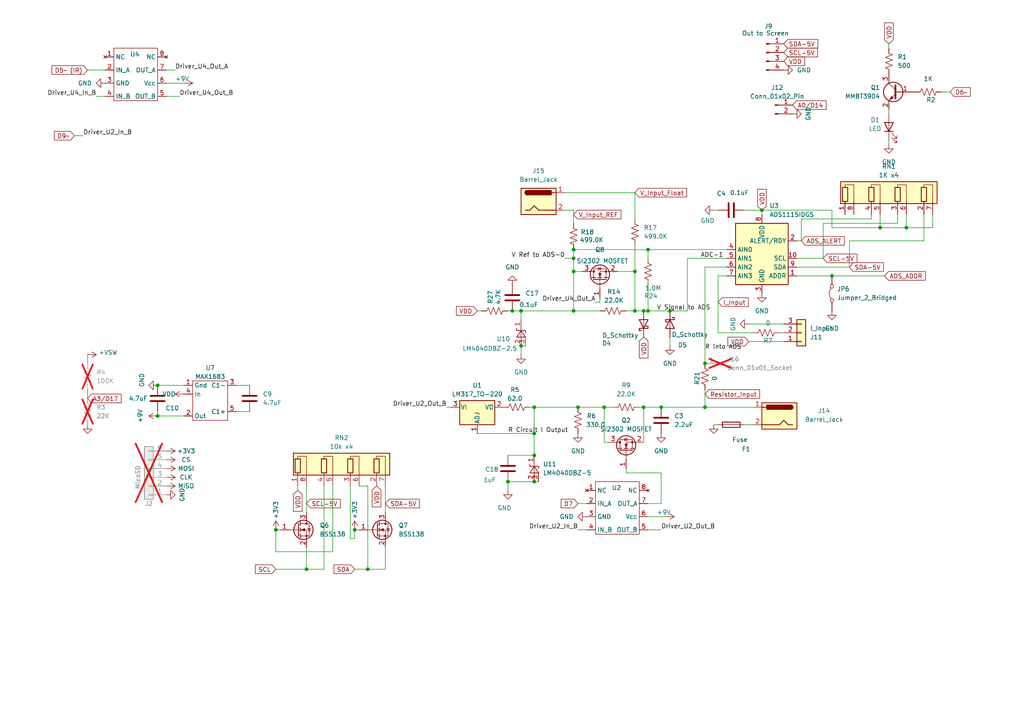
<source format=kicad_sch>
(kicad_sch (version 20250114) (generator "eeschema") (generator_version "9.0")
  (paper "A4")
  (rectangle (start -127 123.19) (end -7.62 173.99))
  (text "XIAO PIN Header" (at -45.72 171.45 0) (effects (font (size 2.54 2.54) (bold yes)) (justify left bottom)))
  (junction (at -53.34 54.61))
  (junction (at 166.37 74.93))
  (junction (at 204.47 105.41))
  (junction (at 204.47 118.11))
  (junction (at 151.13 100.33))
  (junction (at 166.37 72.39))
  (junction (at -45.72 142.24))
  (junction (at 184.15 90.17))
  (junction (at 106.68 165.1))
  (junction (at -43.18 44.45))
  (junction (at 194.31 90.17))
  (junction (at 187.96 90.17))
  (junction (at 154.94 125.73))
  (junction (at -88.9 46.99))
  (junction (at 88.9 165.1))
  (junction (at -29.21 44.45))
  (junction (at 151.13 90.17))
  (junction (at 241.3 80.01))
  (junction (at -71.12 44.45))
  (junction (at -88.9 50.8))
  (junction (at -73.66 44.45))
  (junction (at -38.1 44.45))
  (junction (at 154.94 118.11))
  (junction (at 184.15 78.74))
  (junction (at 154.94 132.08))
  (junction (at -73.66 35.56))
  (junction (at 166.37 90.17))
  (junction (at 186.69 90.17))
  (junction (at 167.64 118.11))
  (junction (at 262.89 66.04))
  (junction (at 45.72 111.76))
  (junction (at 187.96 72.39))
  (junction (at 80.01 153.67))
  (junction (at 148.59 90.17))
  (junction (at 220.98 60.96))
  (junction (at 186.69 118.11))
  (junction (at 102.87 153.67))
  (junction (at 147.32 139.7))
  (junction (at -30.48 146.05))
  (junction (at 255.27 66.04))
  (junction (at 45.72 120.65))
  (junction (at 166.37 78.74))
  (junction (at 154.94 139.7))
  (junction (at 175.26 118.11))
  (junction (at 191.77 118.11))
  (wire (pts (xy 232.41 63.5) (xy 252.73 63.5)))
  (wire (pts (xy 191.77 137.16) (xy 191.77 146.05)))
  (wire (pts (xy -45.72 142.24) (xy -45.72 139.7)))
  (wire (pts (xy 172.72 87.63) (xy 173.99 87.63)))
  (wire (pts (xy 139.7 90.17) (xy 138.43 90.17)))
  (wire (pts (xy 167.64 146.05) (xy 170.18 146.05)))
  (wire (pts (xy 187.96 72.39) (xy 210.82 72.39)))
  (wire (pts (xy 151.13 90.17) (xy 148.59 90.17)))
  (wire (pts (xy 218.44 123.19) (xy 215.9 123.19)))
  (wire (pts (xy 154.94 118.11) (xy 167.64 118.11)))
  (wire (pts (xy 184.15 78.74) (xy 184.15 90.17)))
  (wire (pts (xy 184.15 90.17) (xy 186.69 90.17)))
  (wire (pts (xy 175.26 118.11) (xy 175.26 128.27)))
  (wire (pts (xy 232.41 69.85) (xy 231.14 69.85)))
  (wire (pts (xy -120.65 157.48) (xy -132.08 157.48)))
  (wire (pts (xy 191.77 118.11) (xy 204.47 118.11)))
  (wire (pts (xy 187.96 90.17) (xy 194.31 90.17)))
  (wire (pts (xy 186.69 118.11) (xy 191.77 118.11)))
  (wire (pts (xy -43.18 44.45) (xy -43.18 49.53)))
  (wire (pts (xy 27.94 27.94) (xy 30.48 27.94)))
  (wire (pts (xy -91.44 46.99) (xy -88.9 46.99)))
  (wire (pts (xy 270.51 62.23) (xy 270.51 66.04)))
  (wire (pts (xy 260.35 62.23) (xy 260.35 64.77)))
  (wire (pts (xy -24.13 134.62) (xy -17.78 134.62)))
  (wire (pts (xy -132.08 142.24) (xy -120.65 142.24)))
  (wire (pts (xy 246.38 69.85) (xy 246.38 77.47)))
  (wire (pts (xy 138.43 125.73) (xy 154.94 125.73)))
  (wire (pts (xy 194.31 97.79) (xy 194.31 100.33)))
  (wire (pts (xy -63.5 49.53) (xy -63.5 54.61)))
  (wire (pts (xy 86.36 142.24) (xy 86.36 140.97)))
  (wire (pts (xy 147.32 90.17) (xy 148.59 90.17)))
  (wire (pts (xy -43.18 44.45) (xy -38.1 44.45)))
  (wire (pts (xy 184.15 71.12) (xy 184.15 78.74)))
  (wire (pts (xy 25.4 102.87) (xy 25.4 105.41)))
  (wire (pts (xy 191.77 153.67) (xy 187.96 153.67)))
  (wire (pts (xy -22.86 137.16) (xy -17.78 137.16)))
  (wire (pts (xy -38.1 44.45) (xy -29.21 44.45)))
  (wire (pts (xy -21.59 139.7) (xy -17.78 139.7)))
  (wire (pts (xy -119.38 157.48) (xy -95.25 157.48)))
  (wire (pts (xy 187.96 82.55) (xy 187.96 90.17)))
  (wire (pts (xy -88.9 46.99) (xy -86.36 46.99)))
  (wire (pts (xy 102.87 153.67) (xy 102.87 156.21)))
  (wire (pts (xy -119.38 147.32) (xy -119.38 146.05)))
  (wire (pts (xy -48.26 138.43) (xy -38.1 138.43)))
  (wire (pts (xy -99.06 41.91) (xy -86.36 41.91)))
  (wire (pts (xy 88.9 165.1) (xy 80.01 165.1)))
  (wire (pts (xy 199.39 74.93) (xy 210.82 74.93)))
  (wire (pts (xy 68.58 111.76) (xy 72.39 111.76)))
  (wire (pts (xy 220.98 60.96) (xy 220.98 62.23)))
  (wire (pts (xy 88.9 165.1) (xy 88.9 158.75)))
  (wire (pts (xy -99.06 54.61) (xy -88.9 54.61)))
  (wire (pts (xy 166.37 78.74) (xy 166.37 90.17)))
  (wire (pts (xy 166.37 74.93) (xy 166.37 78.74)))
  (wire (pts (xy 129.54 118.11) (xy 130.81 118.11)))
  (wire (pts (xy -88.9 54.61) (xy -88.9 50.8)))
  (wire (pts (xy 175.26 128.27) (xy 176.53 128.27)))
  (wire (pts (xy 227.33 99.06) (xy 217.17 99.06)))
  (wire (pts (xy -48.26 142.24) (xy -45.72 142.24)))
  (wire (pts (xy 227.33 93.98) (xy 217.17 93.98)))
  (wire (pts (xy 151.13 90.17) (xy 166.37 90.17)))
  (wire (pts (xy 184.15 55.88) (xy 163.83 55.88)))
  (wire (pts (xy -88.9 50.8) (xy -88.9 46.99)))
  (wire (pts (xy 154.94 125.73) (xy 154.94 132.08)))
  (wire (pts (xy 166.37 60.96) (xy 166.37 64.77)))
  (wire (pts (xy -73.66 44.45) (xy -71.12 44.45)))
  (wire (pts (xy 179.07 78.74) (xy 184.15 78.74)))
  (wire (pts (xy -48.26 157.48) (xy -20.32 157.48)))
  (wire (pts (xy -45.72 139.7) (xy -33.02 139.7)))
  (wire (pts (xy 181.61 137.16) (xy 181.61 135.89)))
  (wire (pts (xy -38.1 44.45) (xy -38.1 45.72)))
  (wire (pts (xy -48.26 161.29) (xy -17.78 161.29)))
  (wire (pts (xy -22.86 149.86) (xy -22.86 137.16)))
  (wire (pts (xy 147.32 132.08) (xy 154.94 132.08)))
  (wire (pts (xy 185.42 118.11) (xy 186.69 118.11)))
  (wire (pts (xy -38.1 129.54) (xy -17.78 129.54)))
  (wire (pts (xy 80.01 153.67) (xy 80.01 160.02)))
  (wire (pts (xy 88.9 140.97) (xy 88.9 148.59)))
  (wire (pts (xy -132.08 154.94) (xy -119.38 154.94)))
  (wire (pts (xy 227.33 96.52) (xy 226.06 96.52)))
  (wire (pts (xy 257.81 40.64) (xy 257.81 41.91)))
  (wire (pts (xy 181.61 137.16) (xy 191.77 137.16)))
  (wire (pts (xy 184.15 55.88) (xy 184.15 63.5)))
  (wire (pts (xy -29.21 143.51) (xy -24.13 143.51)))
  (wire (pts (xy 187.96 74.93) (xy 187.96 72.39)))
  (wire (pts (xy 231.14 74.93) (xy 238.76 74.93)))
  (wire (pts (xy 166.37 72.39) (xy 187.96 72.39)))
  (wire (pts (xy 154.94 125.73) (xy 154.94 118.11)))
  (wire (pts (xy -132.08 144.78) (xy -119.38 144.78)))
  (wire (pts (xy -63.5 54.61) (xy -53.34 54.61)))
  (wire (pts (xy 204.47 77.47) (xy 204.47 105.41)))
  (wire (pts (xy 204.47 77.47) (xy 210.82 77.47)))
  (wire (pts (xy 262.89 66.04) (xy 262.89 62.23)))
  (wire (pts (xy 241.3 66.04) (xy 255.27 66.04)))
  (wire (pts (xy 194.31 90.17) (xy 199.39 90.17)))
  (wire (pts (xy 273.05 26.67) (xy 275.59 26.67)))
  (wire (pts (xy 238.76 64.77) (xy 260.35 64.77)))
  (wire (pts (xy -119.38 153.67) (xy -95.25 153.67)))
  (wire (pts (xy 181.61 90.17) (xy 184.15 90.17)))
  (wire (pts (xy 173.99 87.63) (xy 173.99 86.36)))
  (wire (pts (xy -120.65 157.48) (xy -120.65 161.29)))
  (wire (pts (xy -76.2 44.45) (xy -73.66 44.45)))
  (wire (pts (xy 267.97 62.23) (xy 267.97 69.85)))
  (wire (pts (xy -73.66 35.56) (xy -73.66 44.45)))
  (wire (pts (xy 111.76 140.97) (xy 111.76 148.59)))
  (wire (pts (xy 252.73 63.5) (xy 252.73 62.23)))
  (wire (pts (xy -119.38 146.05) (xy -95.25 146.05)))
  (wire (pts (xy 106.68 165.1) (xy 111.76 165.1)))
  (wire (pts (xy 175.26 118.11) (xy 177.8 118.11)))
  (wire (pts (xy 151.13 92.71) (xy 151.13 90.17)))
  (wire (pts (xy 93.98 165.1) (xy 88.9 165.1)))
  (wire (pts (xy 81.28 153.67) (xy 80.01 153.67)))
  (wire (pts (xy 208.28 60.96) (xy 207.01 60.96)))
  (wire (pts (xy -20.32 142.24) (xy -17.78 142.24)))
  (wire (pts (xy 93.98 140.97) (xy 93.98 165.1)))
  (wire (pts (xy -29.21 146.05) (xy -30.48 146.05)))
  (wire (pts (xy 246.38 69.85) (xy 267.97 69.85)))
  (wire (pts (xy 166.37 72.39) (xy 166.37 74.93)))
  (wire (pts (xy -73.66 33.02) (xy -73.66 35.56)))
  (wire (pts (xy 52.07 27.94) (xy 48.26 27.94)))
  (wire (pts (xy 104.14 140.97) (xy 106.68 140.97)))
  (wire (pts (xy -29.21 143.51) (xy -29.21 146.05)))
  (wire (pts (xy 186.69 118.11) (xy 186.69 128.27)))
  (wire (pts (xy 218.44 96.52) (xy 208.28 96.52)))
  (wire (pts (xy -132.08 147.32) (xy -119.38 147.32)))
  (wire (pts (xy -30.48 146.05) (xy -48.26 146.05)))
  (wire (pts (xy 68.58 119.38) (xy 72.39 119.38)))
  (wire (pts (xy 147.32 142.24) (xy 147.32 139.7)))
  (wire (pts (xy 166.37 60.96) (xy 163.83 60.96)))
  (wire (pts (xy 220.98 60.96) (xy 241.3 60.96)))
  (wire (pts (xy -20.32 142.24) (xy -20.32 157.48)))
  (wire (pts (xy -119.38 152.4) (xy -119.38 153.67)))
  (wire (pts (xy 255.27 62.23) (xy 255.27 66.04)))
  (wire (pts (xy 45.72 119.38) (xy 45.72 120.65)))
  (wire (pts (xy 154.94 118.11) (xy 153.67 118.11)))
  (wire (pts (xy 208.28 80.01) (xy 208.28 96.52)))
  (wire (pts (xy 238.76 64.77) (xy 238.76 74.93)))
  (wire (pts (xy 111.76 165.1) (xy 111.76 158.75)))
  (wire (pts (xy -48.26 149.86) (xy -22.86 149.86)))
  (wire (pts (xy -48.26 153.67) (xy -21.59 153.67)))
  (wire (pts (xy 21.59 39.37) (xy 24.13 39.37)))
  (wire (pts (xy -120.65 138.43) (xy -95.25 138.43)))
  (wire (pts (xy 204.47 113.03) (xy 204.47 118.11)))
  (wire (pts (xy -119.38 144.78) (xy -119.38 142.24)))
  (wire (pts (xy 96.52 140.97) (xy 96.52 160.02)))
  (wire (pts (xy 204.47 118.11) (xy 218.44 118.11)))
  (wire (pts (xy -120.65 142.24) (xy -120.65 138.43)))
  (wire (pts (xy -29.21 44.45) (xy -26.67 44.45)))
  (wire (pts (xy 147.32 139.7) (xy 154.94 139.7)))
  (wire (pts (xy 186.69 90.17) (xy 187.96 90.17)))
  (wire (pts (xy 106.68 140.97) (xy 106.68 165.1)))
  (wire (pts (xy -119.38 142.24) (xy -95.25 142.24)))
  (wire (pts (xy -132.08 152.4) (xy -119.38 152.4)))
  (wire (pts (xy 166.37 78.74) (xy 168.91 78.74)))
  (wire (pts (xy 102.87 165.1) (xy 106.68 165.1)))
  (wire (pts (xy 25.4 20.32) (xy 30.48 20.32)))
  (wire (pts (xy -33.02 132.08) (xy -17.78 132.08)))
  (wire (pts (xy 167.64 153.67) (xy 170.18 153.67)))
  (wire (pts (xy 151.13 102.87) (xy 151.13 100.33)))
  (wire (pts (xy 166.37 90.17) (xy 173.99 90.17)))
  (wire (pts (xy 104.14 153.67) (xy 102.87 153.67)))
  (wire (pts (xy 191.77 146.05) (xy 187.96 146.05)))
  (wire (pts (xy 48.26 20.32) (xy 50.8 20.32)))
  (wire (pts (xy -45.72 142.24) (xy -44.45 142.24)))
  (wire (pts (xy 241.3 80.01) (xy 231.14 80.01)))
  (wire (pts (xy 163.83 74.93) (xy 166.37 74.93)))
  (wire (pts (xy 193.04 149.86) (xy 187.96 149.86)))
  (wire (pts (xy 53.34 24.13) (xy 48.26 24.13)))
  (wire (pts (xy 101.6 156.21) (xy 102.87 156.21)))
  (wire (pts (xy 199.39 74.93) (xy 199.39 90.17)))
  (wire (pts (xy 101.6 140.97) (xy 101.6 156.21)))
  (wire (pts (xy 256.54 80.01) (xy 241.3 80.01)))
  (wire (pts (xy -132.08 149.86) (xy -95.25 149.86)))
  (wire (pts (xy 45.72 120.65) (xy 53.34 120.65)))
  (wire (pts (xy 241.3 60.96) (xy 241.3 66.04)))
  (wire (pts (xy 257.81 12.7) (xy 257.81 13.97)))
  (wire (pts (xy 231.14 77.47) (xy 246.38 77.47)))
  (wire (pts (xy 80.01 160.02) (xy 96.52 160.02)))
  (wire (pts (xy 208.28 80.01) (xy 210.82 80.01)))
  (wire (pts (xy 232.41 63.5) (xy 232.41 69.85)))
  (wire (pts (xy -120.65 161.29) (xy -95.25 161.29)))
  (wire (pts (xy 151.13 100.33) (xy 152.4 100.33)))
  (wire (pts (xy -33.02 139.7) (xy -33.02 132.08)))
  (wire (pts (xy 45.72 111.76) (xy 53.34 111.76)))
  (wire (pts (xy 262.89 66.04) (xy 270.51 66.04)))
  (wire (pts (xy -17.78 161.29) (xy -17.78 144.78)))
  (wire (pts (xy -119.38 157.48) (xy -119.38 154.94)))
  (wire (pts (xy 257.81 33.02) (xy 257.81 31.75)))
  (wire (pts (xy 220.98 60.96) (xy 215.9 60.96)))
  (wire (pts (xy 154.94 139.7) (xy 156.21 139.7)))
  (wire (pts (xy -38.1 129.54) (xy -38.1 138.43)))
  (wire (pts (xy 175.26 118.11) (xy 167.64 118.11)))
  (wire (pts (xy 207.01 123.19) (xy 208.28 123.19)))
  (wire (pts (xy 25.4 113.03) (xy 25.4 115.57)))
  (wire (pts (xy -24.13 143.51) (xy -24.13 134.62)))
  (wire (pts (xy 255.27 66.04) (xy 262.89 66.04)))
  (wire (pts (xy -21.59 139.7) (xy -21.59 153.67)))
  (wire (pts (xy -29.21 44.45) (xy -29.21 50.8)))
  (label "Driver_U2_In_B" (at 167.64 153.67 180))
  (label "Driver_U4_Out_A" (at 50.8 20.32 0))
  (label "P302{slash}TXD2" (at -118.11 161.29 0))
  (label "P014{slash}AN09{slash}DAC" (at -118.11 138.43 0))
  (label "R into ADS" (at 204.47 101.6 0))
  (label "P111{slash}SCK9" (at -45.72 157.48 0))
  (label "Uno5vPin" (at -96.52 50.8 180))
  (label "ADC-1" (at 203.2 74.93 0))
  (label "P301{slash}RXD2" (at -45.72 161.29 0))
  (label "Driver_U4_Out_A" (at 172.72 87.63 180))
  (label "Driver_U2_Out_B" (at 191.77 153.67 0))
  (label "Driver_U2_Out_B" (at 129.54 118.11 180))
  (label "P002{slash}ADC02{slash}AMP0O" (at -118.11 149.86 0))
  (label "P000{slash}ADC00{slash}AMP0+" (at -118.11 142.24 0))
  (label "V Signal to ADS" (at 190.5 90.17 0))
  (label "Driver_U2_In_B" (at 24.13 39.37 0))
  (label "V Ref to ADS-0" (at 163.83 74.93 180))
  (label "R Circuit I Output" (at 147.32 125.73 0))
  (label "Driver_U4_Out_B" (at 52.07 27.94 0))
  (label "P001{slash}ADC01{slash}AMP0-" (at -118.11 146.05 0))
  (label "P110{slash}MISO9" (at -45.72 153.67 0))
  (label "P206{slash}SDA1" (at -118.11 153.67 0))
  (label "Driver_U4_In_B" (at 27.94 27.94 180))
  (label "P100{slash}ADC22{slash}SCL1" (at -118.11 157.48 0))
  (label "P109{slash}MOSI9" (at -45.72 149.86 0))
  (global_label "A3{slash}D17" (shape input) (at 25.4 115.57 0) (property "Intersheetrefs" "${INTERSHEET_REFS}" (effects (hide yes))))
  (global_label "D5~ (IR)" (shape input) (at 25.4 20.32 180) (property "Intersheetrefs" "${INTERSHEET_REFS}" (effects (hide yes))))
  (global_label "V_Input_Float" (shape input) (at 184.15 55.88 0) (property "Intersheetrefs" "${INTERSHEET_REFS}" (effects (hide yes))))
  (global_label "VDD" (shape input) (at 186.69 97.79 270) (property "Intersheetrefs" "${INTERSHEET_REFS}" (effects (hide yes))))
  (global_label "SDA" (shape input) (at -124.46 152.4 270) (property "Intersheetrefs" "${INTERSHEET_REFS}" (effects (hide yes))))
  (global_label "D10~" (shape input) (at -25.4 149.86 270) (property "Intersheetrefs" "${INTERSHEET_REFS}" (effects (hide yes))))
  (global_label "SCL-5V" (shape input) (at 238.76 74.93 0) (property "Intersheetrefs" "${INTERSHEET_REFS}" (effects (hide yes))))
  (global_label "A1{slash}D15" (shape input) (at 194.31 -27.94 180) (property "Intersheetrefs" "${INTERSHEET_REFS}" (effects (hide yes))))
  (global_label "SCL" (shape input) (at 80.01 165.1 180) (property "Intersheetrefs" "${INTERSHEET_REFS}" (effects (hide yes))))
  (global_label "D7" (shape input) (at -25.4 161.29 270) (property "Intersheetrefs" "${INTERSHEET_REFS}" (effects (hide yes))))
  (global_label "I_Input" (shape input) (at 208.28 87.63 0) (property "Intersheetrefs" "${INTERSHEET_REFS}" (effects (hide yes))))
  (global_label "VDD" (shape input) (at 217.17 99.06 180) (property "Intersheetrefs" "${INTERSHEET_REFS}" (effects (hide yes))))
  (global_label "SCL-5V" (shape input) (at 88.9 146.05 0) (property "Intersheetrefs" "${INTERSHEET_REFS}" (effects (hide yes))))
  (global_label "SDA-5V" (shape input) (at 227.33 12.7 0) (property "Intersheetrefs" "${INTERSHEET_REFS}" (effects (hide yes))))
  (global_label "D6~" (shape input) (at -104.14 161.29 270) (property "Intersheetrefs" "${INTERSHEET_REFS}" (effects (hide yes))))
  (global_label "VDD" (shape input) (at 257.81 12.7 90) (property "Intersheetrefs" "${INTERSHEET_REFS}" (effects (hide yes))))
  (global_label "VDD" (shape input) (at -26.67 44.45 0) (property "Intersheetrefs" "${INTERSHEET_REFS}" (effects (hide yes))))
  (global_label "ADS_ALERT" (shape input) (at 232.41 69.85 0) (property "Intersheetrefs" "${INTERSHEET_REFS}" (effects (hide yes))))
  (global_label "VDD" (shape input) (at 109.22 140.97 270) (property "Intersheetrefs" "${INTERSHEET_REFS}" (effects (hide yes))))
  (global_label "XIAO 5V" (shape input) (at -38.1 129.54 180) (property "Intersheetrefs" "${INTERSHEET_REFS}" (effects (hide yes))))
  (global_label "D9~" (shape input) (at -30.48 153.67 270) (property "Intersheetrefs" "${INTERSHEET_REFS}" (effects (hide yes))))
  (global_label "D10~" (shape input) (at 194.31 -17.78 180) (property "Intersheetrefs" "${INTERSHEET_REFS}" (effects (hide yes))))
  (global_label "SCL" (shape input) (at -119.38 157.48 270) (property "Intersheetrefs" "${INTERSHEET_REFS}" (effects (hide yes))))
  (global_label "SCL-5V" (shape input) (at 227.33 15.24 0) (property "Intersheetrefs" "${INTERSHEET_REFS}" (effects (hide yes))))
  (global_label "SDA-5V" (shape input) (at 246.38 77.47 0) (property "Intersheetrefs" "${INTERSHEET_REFS}" (effects (hide yes))))
  (global_label "XIAO Batt Pin" (shape input) (at -73.66 33.02 90) (property "Intersheetrefs" "${INTERSHEET_REFS}" (effects (hide yes))))
  (global_label "D9~" (shape input) (at 21.59 39.37 180) (property "Intersheetrefs" "${INTERSHEET_REFS}" (effects (hide yes))))
  (global_label "A1{slash}D15" (shape input) (at -124.46 144.78 90) (property "Intersheetrefs" "${INTERSHEET_REFS}" (effects (hide yes))))
  (global_label "ADS_ADDR" (shape input) (at 256.54 80.01 0) (property "Intersheetrefs" "${INTERSHEET_REFS}" (effects (hide yes))))
  (global_label "D5~ (IR)" (shape input) (at -20.32 157.48 0) (property "Intersheetrefs" "${INTERSHEET_REFS}" (effects (hide yes))))
  (global_label "D7" (shape input) (at 167.64 146.05 180) (property "Intersheetrefs" "${INTERSHEET_REFS}" (effects (hide yes))))
  (global_label "D3~" (shape input) (at 194.31 -7.62 180) (property "Intersheetrefs" "${INTERSHEET_REFS}" (effects (hide yes))))
  (global_label "SDA" (shape input) (at 102.87 165.1 180) (property "Intersheetrefs" "${INTERSHEET_REFS}" (effects (hide yes))))
  (global_label "XIAO 5V" (shape input) (at -99.06 41.91 180) (property "Intersheetrefs" "${INTERSHEET_REFS}" (effects (hide yes))))
  (global_label "VDD" (shape input) (at 86.36 142.24 270) (property "Intersheetrefs" "${INTERSHEET_REFS}" (effects (hide yes))))
  (global_label "Resistor_Input" (shape input) (at 204.47 114.3 0) (property "Intersheetrefs" "${INTERSHEET_REFS}" (effects (hide yes))))
  (global_label "D6~" (shape input) (at 275.59 26.67 0) (property "Intersheetrefs" "${INTERSHEET_REFS}" (effects (hide yes))))
  (global_label "VDD" (shape input) (at 138.43 90.17 180) (property "Intersheetrefs" "${INTERSHEET_REFS}" (effects (hide yes))))
  (global_label "A2{slash}D16" (shape input) (at -129.54 147.32 90) (property "Intersheetrefs" "${INTERSHEET_REFS}" (effects (hide yes))))
  (global_label "VDD" (shape input) (at 227.33 17.78 0) (property "Intersheetrefs" "${INTERSHEET_REFS}" (effects (hide yes))))
  (global_label "V_Input_REF" (shape input) (at 166.37 62.23 0) (property "Intersheetrefs" "${INTERSHEET_REFS}" (effects (hide yes))))
  (global_label "D3~" (shape input) (at -128.27 149.86 270) (property "Intersheetrefs" "${INTERSHEET_REFS}" (effects (hide yes))))
  (global_label "A0{slash}D14" (shape input) (at 229.87 30.48 0) (property "Intersheetrefs" "${INTERSHEET_REFS}" (effects (hide yes))))
  (global_label "VDD" (shape input) (at 220.98 60.96 90) (property "Intersheetrefs" "${INTERSHEET_REFS}" (effects (hide yes))))
  (global_label "SDA-5V" (shape input) (at 111.76 146.05 0) (property "Intersheetrefs" "${INTERSHEET_REFS}" (effects (hide yes))))
  (global_label "A0{slash}D14" (shape input) (at -120.65 138.43 90) (property "Intersheetrefs" "${INTERSHEET_REFS}" (effects (hide yes))))
  (symbol (lib_id "Transistor_FET:BSS138") (at 86.36 153.67 0) (unit 1)
    (property "Reference" "Q6" (at 92.71 152.3999 0) (effects (justify left)))
    (property "Value" "BSS138" (at 92.71 154.9399 0) (effects (justify left)))
    (property "Footprint" "Package_TO_SOT_SMD:SOT-23" (effects (hide yes)))
    (property "Datasheet" "https://www.onsemi.com/pub/Collateral/BSS138-D.PDF" (effects (hide yes)))
    (property "Description" "50V Vds, 0.22A Id, N-Channel MOSFET, SOT-23" (effects (hide yes)))
  )
  (symbol (lib_name "+BATT_1") (lib_id "power:+BATT") (at -91.44 46.99 90) (unit 1)
    (property "Reference" "#PWR063" (effects (hide yes)))
    (property "Value" "+BATT" (at -95.25 46.9901 90) (effects (justify left)))
    (property "Description" "Power symbol creates a global label with name \"+BATT\"" (effects (hide yes)))
  )
  (symbol (lib_id "Device:C") (at 45.72 115.57 0) (unit 1)
    (property "Reference" "C10" (at 48.006 118.364 0) (effects (justify left)))
    (property "Value" "4.7uF" (at 37.338 115.57 0) (effects (justify left)))
    (property "Footprint" "Capacitor_SMD:C_0805_2012Metric_Pad1.18x1.45mm_HandSolder" (effects (hide yes)))
    (property "Description" "Unpolarized capacitor" (effects (hide yes)))
    (property "Function" "Charge Pump" (effects (hide yes)))
  )
  (symbol (lib_id "power:+3.3V") (at 48.26 133.35 270) (unit 1)
    (property "Reference" "#PWR076" (effects (hide yes)))
    (property "Value" "CS" (at 53.975 133.35 90))
  )
  (symbol (lib_id "power:+9V") (at 45.72 120.65 90) (unit 1)
    (property "Reference" "#PWR036" (effects (hide yes)))
    (property "Value" "+9V" (at 40.64 120.65 0))
    (property "Description" "Power symbol creates a global label with name \"+9V\"" (effects (hide yes)))
  )
  (symbol (lib_id "Transistor_FET:DMG2302U") (at 173.99 81.28 90) (unit 1)
    (property "Reference" "Q8" (at 173.99 72.39 90))
    (property "Value" "SI2302 MOSFET" (at 174.752 75.692 90))
    (property "Footprint" "Package_TO_SOT_SMD:SOT-23" (effects (hide yes)))
    (property "Datasheet" "http://www.diodes.com/assets/Datasheets/DMG2302U.pdf" (effects (hide yes)))
    (property "Description" "4.2A Id, 20V Vds, N-Channel MOSFET, SOT-23" (effects (hide yes)))
    (property "Function" "R Circuit Range Switch" (effects (hide yes)))
  )
  (symbol (lib_id "Transistor_FET:DMG2302U") (at 181.61 130.81 90) (unit 1)
    (property "Reference" "Q2" (at 181.61 121.92 90))
    (property "Value" "SI2302 MOSFET" (at 181.61 124.46 90))
    (property "Footprint" "Package_TO_SOT_SMD:SOT-23" (effects (hide yes)))
    (property "Datasheet" "http://www.diodes.com/assets/Datasheets/DMG2302U.pdf" (effects (hide yes)))
    (property "Description" "4.2A Id, 20V Vds, N-Channel MOSFET, SOT-23" (effects (hide yes)))
    (property "Function" "R Circuit Range Switch" (effects (hide yes)))
  )
  (symbol (lib_id "Connector:Conn_01x07_Pin") (at -12.7 137.16 0) (mirror y) (unit 1) (dnp yes)
    (property "Reference" "J1" (at -13.335 124.46 0))
    (property "Value" "Conn_01x07_Pin" (at -13.335 127 0))
    (property "Footprint" "Connector_PinSocket_2.54mm:PinSocket_1x07_P2.54mm_Vertical" (effects (hide yes)))
    (property "Description" "Generic connector, single row, 01x07, script generated" (effects (hide yes)))
  )
  (symbol (lib_id "Analog_ADC:ADS1115IDGS") (at 220.98 74.93 0) (unit 1)
    (property "Reference" "U3" (at 223.1741 59.69 0) (effects (justify left)))
    (property "Value" "ADS1115IDGS" (at 223.1741 62.23 0) (effects (justify left)))
    (property "Footprint" "Package_SO:TSSOP-10_3x3mm_P0.5mm" (effects (hide yes)))
    (property "Datasheet" "http://www.ti.com/lit/ds/symlink/ads1113.pdf" (effects (hide yes)))
    (property "Description" "Ultra-Small, Low-Power, I2C-Compatible, 860-SPS, 16-Bit ADCs With Internal Reference, Oscillator, and Programmable Comparator, VSSOP-10" (effects (hide yes)))
    (property "ValueTemp" "ADS1115IDGS" (effects (hide yes)))
  )
  (symbol (lib_id "Device:C") (at -71.12 48.26 0) (unit 1)
    (property "Reference" "C15" (at -67.31 46.9899 0) (effects (justify left)))
    (property "Value" "4.7uF" (at -67.31 49.5299 0) (effects (justify left)))
    (property "Footprint" "Capacitor_SMD:C_0805_2012Metric_Pad1.18x1.45mm_HandSolder" (effects (hide yes)))
    (property "Description" "Unpolarized capacitor" (effects (hide yes)))
    (property "Function" "Boost Circuit Input" (effects (hide yes)))
  )
  (symbol (lib_id "Device:Fuse") (at 212.09 123.19 270) (mirror x) (unit 1)
    (property "Reference" "F1" (at 216.408 130.302 90))
    (property "Value" "Fuse" (at 214.63 127.508 90))
    (property "Footprint" "Fuse:Fuse_1206_3216Metric_Pad1.42x1.75mm_HandSolder" (effects (hide yes)))
    (property "Description" "Fuse" (effects (hide yes)))
    (property "Function" "Dead Short Protection" (effects (hide yes)))
  )
  (symbol (lib_id "Reference_Voltage:LM4040DBZ-5") (at 154.94 135.89 90) (unit 1)
    (property "Reference" "U11" (at 157.48 134.6199 90) (effects (justify right)))
    (property "Value" "LM4040DBZ-5" (at 157.48 137.1599 90) (effects (justify right)))
    (property "Footprint" "Package_TO_SOT_SMD:SOT-23" (effects (hide yes)))
    (property "Datasheet" "http://www.ti.com/lit/ds/symlink/lm4040-n.pdf" (effects (hide yes)))
    (property "Description" "5.000V Precision Micropower Shunt Voltage Reference, SOT-23" (effects (hide yes)))
    (property "Function" "R Circuit Reference" (effects (hide yes)))
  )
  (symbol (lib_id "Connector:Conn_01x02_Pin") (at -104.14 54.61 0) (unit 1)
    (property "Reference" "J7" (at -107.188 59.182 0))
    (property "Value" "Conn_01x02_Pin" (at -107.696 61.468 0))
    (property "Footprint" "Connector_PinSocket_2.54mm:PinSocket_1x02_P2.54mm_Vertical" (effects (hide yes)))
    (property "Description" "Generic connector, single row, 01x02, script generated" (effects (hide yes)))
  )
  (symbol (lib_id "power:GND") (at -53.34 54.61 0) (unit 1)
    (property "Reference" "#PWR029" (effects (hide yes)))
    (property "Value" "GND" (effects (hide yes)))
    (property "Description" "Power symbol creates a global label with name \"GND\" , ground" (effects (hide yes)))
  )
  (symbol (lib_id "power:GND") (at 147.32 142.24 0) (unit 1)
    (property "Reference" "#PWR042" (effects (hide yes)))
    (property "Value" "GND" (at 146.304 147.32 0))
    (property "Description" "Power symbol creates a global label with name \"GND\" , ground" (effects (hide yes)))
  )
  (symbol (lib_id "Device:R_US") (at 184.15 67.31 0) (unit 1)
    (property "Reference" "R17" (at 186.69 66.0399 0) (effects (justify left)))
    (property "Value" "499.0K" (at 186.69 68.5799 0) (effects (justify left)))
    (property "Footprint" "Resistor_SMD:R_0805_2012Metric_Pad1.20x1.40mm_HandSolder" (effects (hide yes)))
    (property "Description" "Resistor, US symbol" (effects (hide yes)))
    (property "ValueTemp" "75K" (effects (hide yes)))
    (property "Function" "V Signal Divider" (effects (hide yes)))
  )
  (symbol (lib_id "power:GND") (at -29.21 58.42 0) (unit 1)
    (property "Reference" "#PWR082" (effects (hide yes)))
    (property "Value" "GND" (effects (hide yes)))
    (property "Description" "Power symbol creates a global label with name \"GND\" , ground" (effects (hide yes)))
  )
  (symbol (lib_id "Device:R_US") (at 143.51 90.17 90) (unit 1)
    (property "Reference" "R27" (at 142.24 88.138 0) (effects (justify left)))
    (property "Value" "4.7K" (at 144.526 88.392 0) (effects (justify left)))
    (property "Footprint" "Resistor_SMD:R_0805_2012Metric_Pad1.20x1.40mm_HandSolder" (effects (hide yes)))
    (property "Description" "Resistor, US symbol" (effects (hide yes)))
    (property "ValueTemp" "5K" (effects (hide yes)))
    (property "Function" "Current Limit" (effects (hide yes)))
  )
  (symbol (lib_id "power:GND") (at 191.77 125.73 0) (unit 1)
    (property "Reference" "#PWR047" (effects (hide yes)))
    (property "Value" "GND" (at 191.77 130.81 0))
    (property "Description" "Power symbol creates a global label with name \"GND\" , ground" (effects (hide yes)))
  )
  (symbol (lib_id "Connector:Conn_01x04_Pin") (at 222.25 15.24 0) (unit 1)
    (property "Reference" "J9" (at 222.885 7.62 0))
    (property "Value" "Out to Screen" (at 221.996 9.652 0))
    (property "Footprint" "Connector_PinSocket_2.54mm:PinSocket_1x04_P2.54mm_Vertical" (effects (hide yes)))
    (property "Description" "Generic connector, single row, 01x04, script generated" (effects (hide yes)))
    (property "ValueTemp" "Out to Screen" (effects (hide yes)))
  )
  (symbol (lib_id "Device:D_Schottky") (at 194.31 93.98 270) (unit 1)
    (property "Reference" "D5" (at 196.596 100.076 90) (effects (justify left)))
    (property "Value" "D_Schottky" (at 194.818 97.028 90) (effects (justify left)))
    (property "Footprint" "Diode_SMD:D_SOD-123" (effects (hide yes)))
    (property "Description" "Schottky diode" (effects (hide yes)))
    (property "Function" "Overvoltage Proection" (effects (hide yes)))
  )
  (symbol (lib_id "Switch:SW_Push") (at 199.39 -7.62 0) (unit 1)
    (property "Reference" "SW1" (at 199.39 -15.24 0))
    (property "Value" "SW_Push" (at 199.39 -12.7 0))
    (property "Footprint" "Button_Switch_SMD:SW_SPST_CK_RS282G05A3" (effects (hide yes)))
    (property "Description" "Push button switch, generic, two pins" (effects (hide yes)))
    (property "ValueTemp" "SW_Push" (effects (hide yes)))
  )
  (symbol (lib_id "power:GND") (at 229.87 33.02 90) (unit 1)
    (property "Reference" "#PWR044" (effects (hide yes)))
    (property "Value" "GND" (at 234.442 33.02 0))
    (property "Description" "Power symbol creates a global label with name \"GND\" , ground" (effects (hide yes)))
  )
  (symbol (lib_id "power:+5V") (at 53.34 114.3 90) (unit 1)
    (property "Reference" "#PWR039" (effects (hide yes)))
    (property "Value" "VDD" (at 49.022 114.3 90))
  )
  (symbol (lib_id "Connector_Generic:Conn_01x06") (at 43.18 138.43 180) (unit 1) (dnp yes)
    (property "Reference" "J2" (at 43.18 146.05 0))
    (property "Value" "MicoSD" (at 40.005 138.43 90))
    (property "Footprint" "Connector_PinSocket_2.54mm:PinSocket_1x06_P2.54mm_Vertical" (effects (hide yes)))
  )
  (symbol (lib_id "power:GND") (at 204.47 -7.62 90) (unit 1)
    (property "Reference" "#PWR024" (effects (hide yes)))
    (property "Value" "GND" (at 209.042 -7.62 0))
    (property "Description" "Power symbol creates a global label with name \"GND\" , ground" (effects (hide yes)))
  )
  (symbol (lib_id "power:GND") (at 45.72 111.76 270) (unit 1)
    (property "Reference" "#PWR037" (effects (hide yes)))
    (property "Value" "GND" (at 41.148 110.236 0))
    (property "Description" "Power symbol creates a global label with name \"GND\" , ground" (effects (hide yes)))
  )
  (symbol (lib_id "Device:R_Pack04_SIP") (at 257.81 57.15 0) (unit 1)
    (property "Reference" "RN1" (at 257.81 48.26 0))
    (property "Value" "1K x4" (at 257.81 50.8 0))
    (property "Footprint" "Resistor_SMD:R_Array_Convex_4x1206" (effects (hide yes)))
    (property "Datasheet" "http://www.vishay.com/docs/31509/csc.pdf" (effects (hide yes)))
    (property "Description" "4 resistor network, parallel topology, SIP package" (effects (hide yes)))
  )
  (symbol (lib_id "power:GND") (at -38.1 53.34 0) (unit 1)
    (property "Reference" "#PWR010" (effects (hide yes)))
    (property "Value" "GND" (effects (hide yes)))
    (property "Description" "Power symbol creates a global label with name \"GND\" , ground" (effects (hide yes)))
  )
  (symbol (lib_id "Seeed_libdb:Module/XIAO-HALF-HOLE") (at -71.12 149.86 0) (unit 1) (on_board no) (dnp yes)
    (property "Reference" "U6" (at -71.12 134.366 0) (effects (font (size 1.27 1.0795))))
    (property "Value" "~" (at -71.755 134.62 0) (effects (font (size 1.27 1.0795))))
    (property "SKU" "XIAO-HALF-HOLE" (effects (hide yes)))
  )
  (symbol (lib_id "power:GND") (at 167.64 125.73 0) (unit 1)
    (property "Reference" "#PWR035" (effects (hide yes)))
    (property "Value" "GND" (at 167.64 130.81 0))
    (property "Description" "Power symbol creates a global label with name \"GND\" , ground" (effects (hide yes)))
  )
  (symbol (lib_id "power:+3.3V") (at 48.26 135.89 270) (unit 1)
    (property "Reference" "#PWR077" (effects (hide yes)))
    (property "Value" "MOSI" (at 53.975 135.89 90))
  )
  (symbol (lib_id "MIC4801:MAX1683") (at 54.61 116.84 0) (unit 1)
    (property "Reference" "U7" (at 60.96 106.68 0))
    (property "Value" "MAX1683" (at 60.96 109.22 0))
    (property "Footprint" "Package_TO_SOT_SMD:SOT-23-5_HandSoldering" (effects (hide yes)))
    (property "Datasheet" "https://www.analog.com/media/en/technical-documentation/data-sheets/MAX1682-MAX1683.pdf" (effects (hide yes)))
    (property "Description" "IC REG CHARGE PUMP 2VIN SOT23-5" (effects (hide yes)))
    (property "Function" "Voltage Doubler" (effects (hide yes)))
  )
  (symbol (lib_id "power:+VSW") (at 25.4 102.87 270) (unit 1)
    (property "Reference" "#PWR028" (effects (hide yes)))
    (property "Value" "+VSW" (at 28.575 102.235 90) (effects (justify left)))
  )
  (symbol (lib_id "power:+3.3V") (at 48.26 140.97 270) (unit 1)
    (property "Reference" "#PWR079" (effects (hide yes)))
    (property "Value" "MISO" (at 53.975 140.97 90))
  )
  (symbol (lib_id "power:GND") (at 227.33 20.32 90) (unit 1)
    (property "Reference" "#PWR041" (effects (hide yes)))
    (property "Value" "GND" (at 231.14 20.3199 90) (effects (justify right)))
    (property "Description" "Power symbol creates a global label with name \"GND\" , ground" (effects (hide yes)))
  )
  (symbol (lib_id "Connector:Barrel_Jack") (at 156.21 58.42 0) (unit 1)
    (property "Reference" "J15" (at 156.21 49.53 0))
    (property "Value" "Barrel_Jack" (at 156.21 52.07 0))
    (property "Footprint" "Connector_BarrelJack:BarrelJack_Horizontal" (effects (hide yes)))
    (property "Description" "DC Barrel Jack" (effects (hide yes)))
    (property "ValueTemp" "Barrel_Jack" (effects (hide yes)))
  )
  (symbol (lib_id "Connector:Conn_01x07_Pin") (at -137.16 149.86 0) (unit 1) (dnp yes)
    (property "Reference" "J3" (at -147.828 143.256 0))
    (property "Value" "Conn_01x07_Pin" (at -147.828 145.796 0))
    (property "Footprint" "Connector_PinSocket_2.54mm:PinSocket_1x07_P2.54mm_Vertical" (effects (hide yes)))
    (property "Description" "Generic connector, single row, 01x07, script generated" (effects (hide yes)))
  )
  (symbol (lib_name "GND_5") (lib_id "power:GND") (at -44.45 142.24 90) (unit 1) (dnp yes)
    (property "Reference" "#PWR07" (effects (hide yes)))
    (property "Value" "GND" (at -40.894 142.24 0) (effects (font (size 1.143 1.143))))
    (property "Description" "Power symbol creates a global label with name \"GND\" , ground" (effects (hide yes)))
  )
  (symbol (lib_id "CustomLibrary:IX4426_") (at 172.72 138.43 0) (unit 1)
    (property "Reference" "U2" (at 178.816 141.478 0))
    (property "Value" "IX4426N" (effects (hide yes)))
    (property "Footprint" "Package_SO:SOIC-8_3.9x4.9mm_P1.27mm" (effects (hide yes)))
  )
  (symbol (lib_id "Device:C") (at -29.21 54.61 0) (unit 1)
    (property "Reference" "C19" (at -27.178 49.022 0) (effects (justify left)))
    (property "Value" "22uF" (at -27.178 51.3079 0) (effects (justify left)))
    (property "Footprint" "Capacitor_SMD:C_0805_2012Metric_Pad1.18x1.45mm_HandSolder" (effects (hide yes)))
    (property "Description" "Unpolarized capacitor" (effects (hide yes)))
    (property "Function" "Boost Output Smoothing" (effects (hide yes)))
  )
  (symbol (lib_id "Regulator_Switching:TPS613222ADBV") (at -53.34 46.99 0) (unit 1)
    (property "Reference" "U9" (at -53.34 36.83 0))
    (property "Value" "TPS613222ADBV" (at -53.34 39.37 0))
    (property "Footprint" "Package_TO_SOT_SMD:SOT-23-5" (effects (hide yes)))
    (property "Datasheet" "http://www.ti.com/lit/ds/symlink/tps61322.pdf" (effects (hide yes)))
    (property "Description" "1.8A Step-Up Converter, 5V Output Voltage, 0.9-5.5V Input Voltage, SOT-23-5" (effects (hide yes)))
  )
  (symbol (lib_id "Device:R_US") (at 167.64 121.92 180) (unit 1)
    (property "Reference" "R6" (at 170.18 120.6499 0) (effects (justify right)))
    (property "Value" "330.0" (at 169.926 123.19 0) (effects (justify right)))
    (property "Footprint" "Resistor_SMD:R_0805_2012Metric_Pad1.20x1.40mm_HandSolder" (effects (hide yes)))
    (property "Description" "Resistor, US symbol" (effects (hide yes)))
    (property "Function" "330 R Circuit I Bleeder" (effects (hide yes)))
  )
  (symbol (lib_id "Device:L") (at -67.31 44.45 90) (unit 1)
    (property "Reference" "L1" (at -67.31 39.37 90))
    (property "Value" "2.2uH" (at -67.31 41.91 90))
    (property "Footprint" "Inductor_SMD:L_Murata_DFE201610P" (effects (hide yes)))
    (property "Description" "Inductor" (effects (hide yes)))
  )
  (symbol (lib_id "Device:R_US") (at 181.61 118.11 90) (unit 1)
    (property "Reference" "R9" (at 181.61 111.76 90))
    (property "Value" "22.0K" (at 181.61 114.3 90))
    (property "Footprint" "Resistor_SMD:R_0805_2012Metric_Pad1.20x1.40mm_HandSolder" (effects (hide yes)))
    (property "Description" "Resistor, US symbol" (effects (hide yes)))
    (property "Function" "R Circuit Divider" (effects (hide yes)))
  )
  (symbol (lib_id "Connector:Conn_01x01_Socket") (at -68.58 35.56 0) (unit 1) (dnp yes)
    (property "Reference" "J17" (at -67.31 34.2899 0) (effects (justify left)))
    (property "Value" "Conn_01x01_Socket" (at -72.898 32.512 0) (effects (justify left)))
    (property "Footprint" "Connector_PinSocket_2.54mm:PinSocket_1x01_P2.54mm_Vertical" (effects (hide yes)))
    (property "Description" "Generic connector, single row, 01x01, script generated" (effects (hide yes)))
  )
  (symbol (lib_id "power:+3.3V") (at 48.26 138.43 270) (unit 1)
    (property "Reference" "#PWR078" (effects (hide yes)))
    (property "Value" "CLK" (at 53.975 138.43 90))
  )
  (symbol (lib_id "power:+3.3V") (at 102.87 153.67 0) (unit 1)
    (property "Reference" "#PWR06" (effects (hide yes)))
    (property "Value" "+3V3" (at 102.87 147.955 90))
  )
  (symbol (lib_id "power:GND") (at 30.48 24.13 270) (unit 1)
    (property "Reference" "#PWR013" (effects (hide yes)))
    (property "Value" "GND" (at 26.67 24.1299 90) (effects (justify right)))
    (property "Description" "Power symbol creates a global label with name \"GND\" , ground" (effects (hide yes)))
  )
  (symbol (lib_id "power:GND") (at 204.47 -17.78 90) (unit 1)
    (property "Reference" "#PWR023" (effects (hide yes)))
    (property "Value" "GND" (at 209.042 -17.78 0))
    (property "Description" "Power symbol creates a global label with name \"GND\" , ground" (effects (hide yes)))
  )
  (symbol (lib_id "power:GND") (at 207.01 123.19 0) (mirror y) (unit 1)
    (property "Reference" "#PWR030" (effects (hide yes)))
    (property "Value" "GND" (effects (hide yes)))
    (property "Description" "Power symbol creates a global label with name \"GND\" , ground" (effects (hide yes)))
  )
  (symbol (lib_id "Connector:Barrel_Jack") (at 226.06 120.65 0) (mirror y) (unit 1)
    (property "Reference" "J14" (at 239.014 119.126 0))
    (property "Value" "Barrel_Jack" (at 239.014 121.666 0))
    (property "Footprint" "Connector_BarrelJack:BarrelJack_Horizontal" (effects (hide yes)))
    (property "Description" "DC Barrel Jack" (effects (hide yes)))
    (property "ValueTemp" "Barrel_Jack" (effects (hide yes)))
  )
  (symbol (lib_id "Reference_Voltage:LM4040DBZ-2.5") (at 151.13 96.52 90) (unit 1)
    (property "Reference" "U10" (at 144.018 98.298 90) (effects (justify right)))
    (property "Value" "LM4040DBZ-2.5" (at 134.112 101.092 90) (effects (justify right)))
    (property "Footprint" "Package_TO_SOT_SMD:SOT-23" (effects (hide yes)))
    (property "Datasheet" "http://www.ti.com/lit/ds/symlink/lm4040-n.pdf" (effects (hide yes)))
    (property "Description" "2.500V Precision Micropower Shunt Voltage Reference, SOT-23" (effects (hide yes)))
    (property "Function" "V Reference Control" (effects (hide yes)))
  )
  (symbol (lib_id "Device:C") (at 72.39 115.57 0) (unit 1)
    (property "Reference" "C9" (at 76.2 114.2999 0) (effects (justify left)))
    (property "Value" "4.7uF" (at 76.2 116.8399 0) (effects (justify left)))
    (property "Footprint" "Capacitor_SMD:C_0805_2012Metric_Pad1.18x1.45mm_HandSolder" (effects (hide yes)))
    (property "Description" "Unpolarized capacitor" (effects (hide yes)))
    (property "Function" "Charge Pump" (effects (hide yes)))
  )
  (symbol (lib_id "Transistor_FET:BSS138") (at 109.22 153.67 0) (unit 1)
    (property "Reference" "Q7" (at 115.57 152.3999 0) (effects (justify left)))
    (property "Value" "BSS138" (at 115.57 154.9399 0) (effects (justify left)))
    (property "Footprint" "Package_TO_SOT_SMD:SOT-23" (effects (hide yes)))
    (property "Datasheet" "https://www.onsemi.com/pub/Collateral/BSS138-D.PDF" (effects (hide yes)))
    (property "Description" "50V Vds, 0.22A Id, N-Channel MOSFET, SOT-23" (effects (hide yes)))
  )
  (symbol (lib_id "Device:R_US") (at 177.8 90.17 90) (unit 1)
    (property "Reference" "R14" (at 178.054 84.582 90))
    (property "Value" "22.0K" (at 178.054 87.122 90))
    (property "Footprint" "Resistor_SMD:R_0805_2012Metric_Pad1.20x1.40mm_HandSolder" (effects (hide yes)))
    (property "Description" "Resistor, US symbol" (effects (hide yes)))
    (property "Function" "V Bridge" (effects (hide yes)))
  )
  (symbol (lib_id "Transistor_BJT:MMBT3904") (at 260.35 26.67 0) (mirror y) (unit 1)
    (property "Reference" "Q1" (at 255.27 25.3999 0) (effects (justify left)))
    (property "Value" "MMBT3904" (at 255.27 27.9399 0) (effects (justify left)))
    (property "Footprint" "Package_TO_SOT_SMD:SOT-23" (effects (hide yes)))
    (property "Datasheet" "https://www.onsemi.com/pdf/datasheet/pzt3904-d.pdf" (effects (hide yes)))
    (property "Description" "0.2A Ic, 40V Vce, Small Signal NPN Transistor, SOT-23" (effects (hide yes)))
    (property "ValueTemp" "MMBT3904" (effects (hide yes)))
    (property "Function" "LED Control" (effects (hide yes)))
  )
  (symbol (lib_id "Device:R_US") (at 149.86 118.11 90) (unit 1)
    (property "Reference" "R5" (at 149.352 113.03 90))
    (property "Value" "62.0" (at 149.352 115.57 90))
    (property "Footprint" "Resistor_SMD:R_0805_2012Metric_Pad1.20x1.40mm_HandSolder" (effects (hide yes)))
    (property "Description" "Resistor, US symbol" (effects (hide yes)))
    (property "Function" "R Circuit I Set" (effects (hide yes)))
  )
  (symbol (lib_id "power:GND") (at 241.3 90.17 0) (unit 1)
    (property "Reference" "#PWR056" (effects (hide yes)))
    (property "Value" "GND" (at 241.3 95.25 0))
    (property "Description" "Power symbol creates a global label with name \"GND\" , ground" (effects (hide yes)))
  )
  (symbol (lib_id "Connector:Conn_01x01_Socket") (at 209.55 105.41 0) (unit 1) (dnp yes)
    (property "Reference" "J16" (at 210.82 104.1399 0) (effects (justify left)))
    (property "Value" "Conn_01x01_Socket" (at 210.82 106.6799 0) (effects (justify left)))
    (property "Footprint" "Connector_PinSocket_2.54mm:PinSocket_1x01_P2.54mm_Vertical" (effects (hide yes)))
    (property "Description" "Generic connector, single row, 01x01, script generated" (effects (hide yes)))
  )
  (symbol (lib_id "Device:D_Schottky") (at 186.69 93.98 90) (unit 1)
    (property "Reference" "D4" (at 177.292 99.568 90) (effects (justify left)))
    (property "Value" "D_Schottky" (at 185.166 97.282 90) (effects (justify left)))
    (property "Footprint" "Diode_SMD:D_SOD-123" (effects (hide yes)))
    (property "Description" "Schottky diode" (effects (hide yes)))
    (property "Function" "Overvoltage Proection" (effects (hide yes)))
  )
  (symbol (lib_id "Device:R_US") (at 257.81 17.78 180) (unit 1)
    (property "Reference" "R1" (at 260.35 16.5099 0) (effects (justify right)))
    (property "Value" "500" (at 260.35 19.0499 0) (effects (justify right)))
    (property "Footprint" "Resistor_SMD:R_0805_2012Metric_Pad1.20x1.40mm_HandSolder" (effects (hide yes)))
    (property "Description" "Resistor, US symbol" (effects (hide yes)))
    (property "Function" "I Limit LED" (effects (hide yes)))
  )
  (symbol (lib_id "power:GND") (at 204.47 -27.94 90) (unit 1)
    (property "Reference" "#PWR081" (effects (hide yes)))
    (property "Value" "GND" (at 209.042 -27.94 0))
    (property "Description" "Power symbol creates a global label with name \"GND\" , ground" (effects (hide yes)))
  )
  (symbol (lib_id "Connector_Generic:Conn_01x03") (at 232.41 96.52 0) (mirror x) (unit 1)
    (property "Reference" "J11" (at 234.95 97.7901 0) (effects (justify left)))
    (property "Value" "I_Input" (at 234.95 95.2501 0) (effects (justify left)))
    (property "Footprint" "Connector_PinSocket_2.54mm:PinSocket_1x03_P2.54mm_Vertical" (effects (hide yes)))
    (property "Description" "Generic connector, single row, 01x03, script generated (kicad-library-utils/schlib/autogen/connector/)" (effects (hide yes)))
    (property "ValueTemp" "I_Input" (effects (hide yes)))
  )
  (symbol (lib_id "power:+3.3V") (at 48.26 130.81 270) (unit 1)
    (property "Reference" "#PWR075" (effects (hide yes)))
    (property "Value" "+3V3" (at 53.975 130.81 90))
  )
  (symbol (lib_id "power:+9V") (at 53.34 24.13 270) (unit 1)
    (property "Reference" "#PWR012" (effects (hide yes)))
    (property "Value" "+9V" (at 50.8 22.86 90) (effects (justify left)))
    (property "Description" "Power symbol creates a global label with name \"+9V\"" (effects (hide yes)))
  )
  (symbol (lib_id "Device:R_US") (at 25.4 119.38 180) (unit 1) (dnp yes)
    (property "Reference" "R3" (at 27.94 118.1099 0) (effects (justify right)))
    (property "Value" "22K" (at 27.94 120.6499 0) (effects (justify right)))
    (property "Footprint" "Resistor_SMD:R_0805_2012Metric_Pad1.20x1.40mm_HandSolder" (effects (hide yes)))
    (property "Description" "Resistor, US symbol" (effects (hide yes)))
    (property "Function" "Uno VIN2" (effects (hide yes)))
  )
  (symbol (lib_id "Device:C") (at 212.09 60.96 90) (unit 1)
    (property "Reference" "C4" (at 210.566 56.134 90) (effects (justify left)))
    (property "Value" "0.1uF" (at 217.17 55.88 90) (effects (justify left)))
    (property "Footprint" "Capacitor_SMD:C_0805_2012Metric_Pad1.18x1.45mm_HandSolder" (effects (hide yes)))
    (property "Description" "Unpolarized capacitor" (effects (hide yes)))
    (property "Function" "ADS Vdd Input Filter" (effects (hide yes)))
  )
  (symbol (lib_id "Device:R_US") (at 187.96 78.74 180) (unit 1)
    (property "Reference" "R24" (at 190.754 85.852 0) (effects (justify left)))
    (property "Value" "1.0M" (at 191.77 83.566 0) (effects (justify left)))
    (property "Footprint" "Resistor_SMD:R_0805_2012Metric_Pad1.20x1.40mm_HandSolder" (effects (hide yes)))
    (property "Description" "Resistor, US symbol" (effects (hide yes)))
    (property "Function" "V REF Divider" (effects (hide yes)))
  )
  (symbol (lib_id "power:GND") (at 170.18 149.86 270) (unit 1)
    (property "Reference" "#PWR011" (effects (hide yes)))
    (property "Value" "GND" (at 166.37 149.8599 90) (effects (justify right)))
    (property "Description" "Power symbol creates a global label with name \"GND\" , ground" (effects (hide yes)))
  )
  (symbol (lib_id "Device:C") (at 148.59 86.36 0) (unit 1)
    (property "Reference" "C17" (at 152.4 85.0899 0) (effects (justify left)))
    (property "Value" "0.1uF" (at 150.622 88.392 0) (effects (justify left)))
    (property "Footprint" "Capacitor_SMD:C_0805_2012Metric_Pad1.18x1.45mm_HandSolder" (effects (hide yes)))
    (property "Description" "Unpolarized capacitor" (effects (hide yes)))
    (property "Function" "Voltage Ref Smoothing" (effects (hide yes)))
  )
  (symbol (lib_id "power:GND") (at 220.98 85.09 0) (unit 1)
    (property "Reference" "#PWR054" (effects (hide yes)))
    (property "Value" "GND" (at 220.98 90.17 0))
    (property "Description" "Power symbol creates a global label with name \"GND\" , ground" (effects (hide yes)))
  )
  (symbol (lib_id "Switch:SW_Push") (at 199.39 -27.94 0) (unit 1)
    (property "Reference" "SW4" (at 199.39 -35.56 0))
    (property "Value" "SW_Push" (at 199.39 -33.02 0))
    (property "Footprint" "Button_Switch_SMD:SW_SPST_CK_RS282G05A3" (effects (hide yes)))
    (property "Description" "Push button switch, generic, two pins" (effects (hide yes)))
    (property "ValueTemp" "SW_Push" (effects (hide yes)))
  )
  (symbol (lib_id "Device:R_US") (at 25.4 109.22 180) (unit 1) (dnp yes)
    (property "Reference" "R4" (at 27.94 107.9499 0) (effects (justify right)))
    (property "Value" "100K" (at 27.94 110.4899 0) (effects (justify right)))
    (property "Footprint" "Resistor_SMD:R_0805_2012Metric_Pad1.20x1.40mm_HandSolder" (effects (hide yes)))
    (property "Description" "Resistor, US symbol" (effects (hide yes)))
    (property "ValueTemp" "Uno VIN1" (effects (hide yes)))
  )
  (symbol (lib_id "Device:LED") (at 257.81 36.83 90) (unit 1)
    (property "Reference" "D1" (at 252.476 34.798 90) (effects (justify right)))
    (property "Value" "LED" (at 251.968 37.338 90) (effects (justify right)))
    (property "Footprint" "LED_SMD:LED_Luminus_MP-3030-1100_3.0x3.0mm" (effects (hide yes)))
    (property "Description" "Light emitting diode" (effects (hide yes)))
    (property "Function" "LED SMD Option" (effects (hide yes)))
  )
  (symbol (lib_id "power:GND") (at 148.59 82.55 180) (unit 1)
    (property "Reference" "#PWR061" (effects (hide yes)))
    (property "Value" "GND" (at 148.59 77.47 0))
    (property "Description" "Power symbol creates a global label with name \"GND\" , ground" (effects (hide yes)))
  )
  (symbol (lib_id "Device:R_US") (at 166.37 68.58 0) (unit 1)
    (property "Reference" "R18" (at 168.402 67.31 0) (effects (justify left)))
    (property "Value" "499.0K" (at 168.148 69.596 0) (effects (justify left)))
    (property "Footprint" "Resistor_SMD:R_0805_2012Metric_Pad1.20x1.40mm_HandSolder" (effects (hide yes)))
    (property "Description" "Resistor, US symbol" (effects (hide yes)))
    (property "Function" "V REF Divider" (effects (hide yes)))
  )
  (symbol (lib_id "Device:C") (at 191.77 121.92 0) (unit 1)
    (property "Reference" "C3" (at 195.58 120.6499 0) (effects (justify left)))
    (property "Value" "2.2uF" (at 195.58 123.1899 0) (effects (justify left)))
    (property "Footprint" "Capacitor_SMD:C_0805_2012Metric_Pad1.18x1.45mm_HandSolder" (effects (hide yes)))
    (property "Description" "Unpolarized capacitor" (effects (hide yes)))
    (property "Function" "R ADS Input Filter" (effects (hide yes)))
  )
  (symbol (lib_id "Device:R_Pack04_SIP") (at 99.06 135.89 0) (unit 1)
    (property "Reference" "RN2" (at 99.06 127 0))
    (property "Value" "10k x4" (at 99.06 129.54 0))
    (property "Footprint" "Resistor_SMD:R_Array_Convex_4x1206" (effects (hide yes)))
    (property "Datasheet" "http://www.vishay.com/docs/31509/csc.pdf" (effects (hide yes)))
    (property "Description" "4 resistor network, parallel topology, SIP package" (effects (hide yes)))
  )
  (symbol (lib_id "power:GND") (at 217.17 93.98 270) (unit 1)
    (property "Reference" "#PWR045" (effects (hide yes)))
    (property "Value" "GND" (at 212.598 93.98 0))
    (property "Description" "Power symbol creates a global label with name \"GND\" , ground" (effects (hide yes)))
  )
  (symbol (lib_id "Jumper:Jumper_2_Bridged") (at 241.3 85.09 90) (unit 1) (exclude_from_sim yes)
    (property "Reference" "JP6" (at 242.7549 83.8199 90) (effects (justify right)))
    (property "Value" "Jumper_2_Bridged" (at 242.7549 86.3599 90) (effects (justify right)))
    (property "Footprint" "Jumper:SolderJumper-2_P1.3mm_Bridged_Pad1.0x1.5mm" (effects (hide yes)))
    (property "Description" "Jumper, 2-pole, closed/bridged" (effects (hide yes)))
    (property "ValueTemp" "Jumper_2_Bridged" (effects (hide yes)))
  )
  (symbol (lib_id "Connector:Conn_01x02_Pin") (at 224.79 30.48 0) (unit 1)
    (property "Reference" "J12" (at 225.425 25.4 0))
    (property "Value" "Conn_01x02_Pin" (at 225.425 27.94 0))
    (property "Footprint" "Connector_PinSocket_2.54mm:PinSocket_1x02_P2.54mm_Vertical" (effects (hide yes)))
    (property "Description" "Generic connector, single row, 01x02, script generated" (effects (hide yes)))
  )
  (symbol (lib_id "power:+3.3V") (at 80.01 153.67 0) (unit 1)
    (property "Reference" "#PWR05" (effects (hide yes)))
    (property "Value" "+3V3" (at 80.01 147.955 90))
  )
  (symbol (lib_id "power:GND") (at 207.01 60.96 270) (unit 1)
    (property "Reference" "#PWR053" (effects (hide yes)))
    (property "Value" "GND" (at 205.232 64.008 90))
    (property "Description" "Power symbol creates a global label with name \"GND\" , ground" (effects (hide yes)))
  )
  (symbol (lib_id "power:GND") (at 48.26 143.51 90) (unit 1)
    (property "Reference" "#PWR080" (effects (hide yes)))
    (property "Value" "GND" (at 52.832 143.51 0))
    (property "Description" "Power symbol creates a global label with name \"GND\" , ground" (effects (hide yes)))
  )
  (symbol (lib_id "Device:C") (at -38.1 49.53 0) (unit 1)
    (property "Reference" "C16" (at -34.29 48.006 0) (effects (justify left)))
    (property "Value" "22uF" (at -35.56 50.8 0) (effects (justify left)))
    (property "Footprint" "Capacitor_SMD:C_0805_2012Metric_Pad1.18x1.45mm_HandSolder" (effects (hide yes)))
    (property "Description" "Unpolarized capacitor" (effects (hide yes)))
    (property "Function" "Boost Output Smoothing" (effects (hide yes)))
  )
  (symbol (lib_id "power:GND") (at 25.4 123.19 0) (unit 1)
    (property "Reference" "#PWR058" (effects (hide yes)))
    (property "Value" "GND" (effects (hide yes)))
    (property "Description" "Power symbol creates a global label with name \"GND\" , ground" (effects (hide yes)))
  )
  (symbol (lib_id "power:GND") (at 194.31 100.33 0) (unit 1)
    (property "Reference" "#PWR062" (effects (hide yes)))
    (property "Value" "GND" (at 194.31 105.41 0))
    (property "Description" "Power symbol creates a global label with name \"GND\" , ground" (effects (hide yes)))
  )
  (symbol (lib_id "Device:C") (at 147.32 135.89 0) (unit 1)
    (property "Reference" "C18" (at 140.716 136.144 0) (effects (justify left)))
    (property "Value" "1uF" (at 140.208 139.192 0) (effects (justify left)))
    (property "Footprint" "Capacitor_SMD:C_0805_2012Metric_Pad1.18x1.45mm_HandSolder" (effects (hide yes)))
    (property "Description" "Unpolarized capacitor" (effects (hide yes)))
    (property "ValueTemp" "2.2uF Unpolarized" (effects (hide yes)))
    (property "Function" "R Circuit Smoothing" (effects (hide yes)))
  )
  (symbol (lib_id "Switch:SW_SPDT") (at -81.28 44.45 180) (unit 1)
    (property "Reference" "SW3" (at -81.28 35.56 0))
    (property "Value" "SW_SPDT" (at -81.28 38.1 0))
    (property "Footprint" "Button_Switch_THT:SW_Slide_SPDT_Angled_CK_OS102011MA1Q" (effects (hide yes)))
    (property "Description" "Switch, single pole double throw" (effects (hide yes)))
    (property "Function" "On / Off" (effects (hide yes)))
  )
  (symbol (lib_id "power:+9V") (at 193.04 149.86 270) (unit 1)
    (property "Reference" "#PWR050" (effects (hide yes)))
    (property "Value" "+9V" (at 190.5 148.59 90) (effects (justify left)))
    (property "Description" "Power symbol creates a global label with name \"+9V\"" (effects (hide yes)))
  )
  (symbol (lib_id "Regulator_Linear:LM317_TO-220") (at 138.43 118.11 0) (unit 1)
    (property "Reference" "U1" (at 138.43 111.76 0))
    (property "Value" "LM317_TO-220" (at 138.43 114.3 0))
    (property "Footprint" "Package_TO_SOT_SMD:SOT-223-3_TabPin2" (effects (hide yes)))
    (property "Datasheet" "http://www.ti.com/lit/ds/symlink/lm317.pdf" (effects (hide yes)))
    (property "Description" "1.5A 35V Adjustable Linear Regulator, TO-220" (effects (hide yes)))
    (property "ValueTemp" "LM317_TO-220" (effects (hide yes)))
  )
  (symbol (lib_id "Device:R_US") (at 204.47 109.22 0) (unit 1)
    (property "Reference" "R21" (at 202.184 109.728 90))
    (property "Value" "0" (at 207.264 109.728 90))
    (property "Footprint" "Resistor_SMD:R_0805_2012Metric_Pad1.20x1.40mm_HandSolder" (effects (hide yes)))
    (property "Description" "Resistor, US symbol" (effects (hide yes)))
    (property "Function" "BJTCurrentLimit1" (effects (hide yes)))
  )
  (symbol (lib_id "Device:R_US") (at 269.24 26.67 270) (unit 1)
    (property "Reference" "R2" (at 270.002 28.956 90))
    (property "Value" "1K" (at 269.24 22.86 90))
    (property "Footprint" "Resistor_SMD:R_0805_2012Metric_Pad1.20x1.40mm_HandSolder" (effects (hide yes)))
    (property "Description" "Resistor, US symbol" (effects (hide yes)))
    (property "Function" "I limit for Q1" (effects (hide yes)))
  )
  (symbol (lib_id "power:GND") (at -99.06 57.15 90) (unit 1)
    (property "Reference" "#PWR08" (effects (hide yes)))
    (property "Value" "GND" (effects (hide yes)))
    (property "Description" "Power symbol creates a global label with name \"GND\" , ground" (effects (hide yes)))
  )
  (symbol (lib_id "power:+3.3V") (at -30.48 146.05 0) (unit 1)
    (property "Reference" "#PWR074" (effects (hide yes)))
    (property "Value" "+3V3" (at -30.48 140.335 90))
  )
  (symbol (lib_id "CustomLibrary:IX4426_") (at 33.02 12.7 0) (unit 1)
    (property "Reference" "U4" (at 39.116 15.748 0))
    (property "Value" "IX4426N" (effects (hide yes)))
    (property "Footprint" "Package_SO:SOIC-8_3.9x4.9mm_P1.27mm" (effects (hide yes)))
  )
  (symbol (lib_id "Device:R_US") (at 222.25 96.52 90) (unit 1)
    (property "Reference" "R7" (at 222.758 98.806 90))
    (property "Value" "0" (at 222.758 93.726 90))
    (property "Footprint" "Resistor_SMD:R_0805_2012Metric_Pad1.20x1.40mm_HandSolder" (effects (hide yes)))
    (property "Description" "Resistor, US symbol" (effects (hide yes)))
    (property "Function" "BJTCurrentLimit1" (effects (hide yes)))
  )
  (symbol (lib_id "Device:R_US") (at -92.71 50.8 90) (unit 1) (dnp yes)
    (property "Reference" "R23" (at -92.202 53.086 90))
    (property "Value" "0" (at -93.98 48.514 90))
    (property "Footprint" "Resistor_SMD:R_0805_2012Metric_Pad1.20x1.40mm_HandSolder" (effects (hide yes)))
    (property "Description" "Resistor, US symbol" (effects (hide yes)))
    (property "Function" "BJTCurrentLimit1" (effects (hide yes)))
  )
  (symbol (lib_id "Switch:SW_Push") (at 199.39 -17.78 0) (unit 1)
    (property "Reference" "SW2" (at 199.39 -25.4 0))
    (property "Value" "SW_Push" (at 199.39 -22.86 0))
    (property "Footprint" "Button_Switch_SMD:SW_SPST_CK_RS282G05A3" (effects (hide yes)))
    (property "Description" "Push button switch, generic, two pins" (effects (hide yes)))
    (property "ValueTemp" "SW_Push" (effects (hide yes)))
  )
  (symbol (lib_id "power:GND") (at 151.13 102.87 0) (unit 1)
    (property "Reference" "#PWR064" (effects (hide yes)))
    (property "Value" "GND" (at 151.13 107.95 0))
    (property "Description" "Power symbol creates a global label with name \"GND\" , ground" (effects (hide yes)))
  )
  (symbol (lib_id "power:GND") (at 257.81 41.91 0) (unit 1)
    (property "Reference" "#PWR055" (effects (hide yes)))
    (property "Value" "GND" (at 257.81 46.99 0))
    (property "Description" "Power symbol creates a global label with name \"GND\" , ground" (effects (hide yes)))
  )
  (symbol (lib_id "power:GND") (at -71.12 52.07 0) (unit 1)
    (property "Reference" "#PWR09" (effects (hide yes)))
    (property "Value" "GND" (effects (hide yes)))
    (property "Description" "Power symbol creates a global label with name \"GND\" , ground" (effects (hide yes)))
  )
)
</source>
